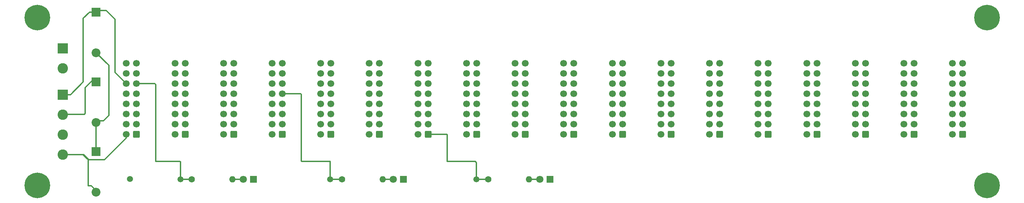
<source format=gbr>
%TF.GenerationSoftware,KiCad,Pcbnew,8.0.3*%
%TF.CreationDate,2024-07-23T14:08:02-04:00*%
%TF.ProjectId,eurorack-power-bus,6575726f-7261-4636-9b2d-706f7765722d,rev?*%
%TF.SameCoordinates,Original*%
%TF.FileFunction,Copper,L1,Top*%
%TF.FilePolarity,Positive*%
%FSLAX46Y46*%
G04 Gerber Fmt 4.6, Leading zero omitted, Abs format (unit mm)*
G04 Created by KiCad (PCBNEW 8.0.3) date 2024-07-23 14:08:02*
%MOMM*%
%LPD*%
G01*
G04 APERTURE LIST*
G04 Aperture macros list*
%AMRoundRect*
0 Rectangle with rounded corners*
0 $1 Rounding radius*
0 $2 $3 $4 $5 $6 $7 $8 $9 X,Y pos of 4 corners*
0 Add a 4 corners polygon primitive as box body*
4,1,4,$2,$3,$4,$5,$6,$7,$8,$9,$2,$3,0*
0 Add four circle primitives for the rounded corners*
1,1,$1+$1,$2,$3*
1,1,$1+$1,$4,$5*
1,1,$1+$1,$6,$7*
1,1,$1+$1,$8,$9*
0 Add four rect primitives between the rounded corners*
20,1,$1+$1,$2,$3,$4,$5,0*
20,1,$1+$1,$4,$5,$6,$7,0*
20,1,$1+$1,$6,$7,$8,$9,0*
20,1,$1+$1,$8,$9,$2,$3,0*%
G04 Aperture macros list end*
%TA.AperFunction,ComponentPad*%
%ADD10R,1.800000X1.800000*%
%TD*%
%TA.AperFunction,ComponentPad*%
%ADD11C,1.800000*%
%TD*%
%TA.AperFunction,ComponentPad*%
%ADD12R,2.200000X2.200000*%
%TD*%
%TA.AperFunction,ComponentPad*%
%ADD13O,2.200000X2.200000*%
%TD*%
%TA.AperFunction,ComponentPad*%
%ADD14C,1.500000*%
%TD*%
%TA.AperFunction,ComponentPad*%
%ADD15R,2.600000X2.600000*%
%TD*%
%TA.AperFunction,ComponentPad*%
%ADD16C,2.600000*%
%TD*%
%TA.AperFunction,ComponentPad*%
%ADD17C,6.400000*%
%TD*%
%TA.AperFunction,ComponentPad*%
%ADD18C,1.600000*%
%TD*%
%TA.AperFunction,ComponentPad*%
%ADD19O,1.600000X1.600000*%
%TD*%
%TA.AperFunction,ComponentPad*%
%ADD20RoundRect,0.250000X0.600000X0.600000X-0.600000X0.600000X-0.600000X-0.600000X0.600000X-0.600000X0*%
%TD*%
%TA.AperFunction,ComponentPad*%
%ADD21C,1.700000*%
%TD*%
%TA.AperFunction,Conductor*%
%ADD22C,0.300000*%
%TD*%
G04 APERTURE END LIST*
D10*
%TO.P,L2,1,K*%
%TO.N,GND*%
X124800000Y-117138375D03*
D11*
%TO.P,L2,2,A*%
%TO.N,Net-(L2-A)*%
X122260000Y-117138375D03*
%TD*%
D12*
%TO.P,D1,1,K*%
%TO.N,+12V*%
X48130000Y-92718375D03*
D13*
%TO.P,D1,2,A*%
%TO.N,GND*%
X48130000Y-102878375D03*
%TD*%
D14*
%TO.P,TP{2,1,1*%
%TO.N,+12V*%
X106525000Y-117138375D03*
%TD*%
D15*
%TO.P,W1,1,Pin_1*%
%TO.N,+5V*%
X39825000Y-95938400D03*
D16*
%TO.P,W1,2,Pin_2*%
%TO.N,+12V*%
X39825000Y-100938400D03*
%TO.P,W1,3,Pin_3*%
%TO.N,GND*%
X39825000Y-105938400D03*
%TO.P,W1,4,Pin_4*%
%TO.N,-12V*%
X39825000Y-110938400D03*
%TD*%
D17*
%TO.P,M2,1*%
%TO.N,N/C*%
X33425000Y-118638400D03*
%TD*%
D18*
%TO.P,R2,1*%
%TO.N,+12V*%
X109445000Y-117138375D03*
D19*
%TO.P,R2,2*%
%TO.N,Net-(L2-A)*%
X119605000Y-117138375D03*
%TD*%
D15*
%TO.P,W2,1,Pin_1*%
%TO.N,GATE*%
X39825000Y-84338400D03*
D16*
%TO.P,W2,2,Pin_2*%
%TO.N,CV*%
X39825000Y-89338400D03*
%TD*%
D10*
%TO.P,L3,1,K*%
%TO.N,GND*%
X161425000Y-117138375D03*
D11*
%TO.P,L3,2,A*%
%TO.N,Net-(L3-A)*%
X158885000Y-117138375D03*
%TD*%
D17*
%TO.P,M1,1*%
%TO.N,N/C*%
X33425000Y-76638400D03*
%TD*%
%TO.P,M4,1*%
%TO.N,N/C*%
X270425000Y-118638400D03*
%TD*%
%TO.P,M3,1*%
%TO.N,N/C*%
X270425000Y-76638400D03*
%TD*%
D14*
%TO.P,TP3,1,1*%
%TO.N,-12V*%
X143025000Y-117138375D03*
%TD*%
D18*
%TO.P,R3,1*%
%TO.N,-12V*%
X145945000Y-117138375D03*
D19*
%TO.P,R3,2*%
%TO.N,Net-(L3-A)*%
X156105000Y-117138375D03*
%TD*%
D13*
%TO.P,D3,2,A*%
%TO.N,-12V*%
X48130000Y-120338375D03*
D12*
%TO.P,D3,1,K*%
%TO.N,GND*%
X48130000Y-110178375D03*
%TD*%
D14*
%TO.P,TP4,1,1*%
%TO.N,GND*%
X56525000Y-117026750D03*
%TD*%
D12*
%TO.P,D2,1,K*%
%TO.N,+5V*%
X48130000Y-75258375D03*
D13*
%TO.P,D2,2,A*%
%TO.N,GND*%
X48130000Y-85418375D03*
%TD*%
D18*
%TO.P,R1,1*%
%TO.N,+5V*%
X71945000Y-117138375D03*
D19*
%TO.P,R1,2*%
%TO.N,Net-(L1-A)*%
X82105000Y-117138375D03*
%TD*%
D10*
%TO.P,L1,1,K*%
%TO.N,GND*%
X87345000Y-117138375D03*
D11*
%TO.P,L1,2,A*%
%TO.N,Net-(L1-A)*%
X84805000Y-117138375D03*
%TD*%
D14*
%TO.P,TP1,1,1*%
%TO.N,+5V*%
X69145000Y-117138375D03*
%TD*%
D20*
%TO.P,J10,1,Pin_1*%
%TO.N,-12V*%
X155218800Y-105866700D03*
D21*
%TO.P,J10,2,Pin_2*%
X152678800Y-105866700D03*
%TO.P,J10,3,Pin_3*%
%TO.N,GND*%
X155218800Y-103326700D03*
%TO.P,J10,4,Pin_4*%
X152678800Y-103326700D03*
%TO.P,J10,5,Pin_5*%
X155218800Y-100786700D03*
%TO.P,J10,6,Pin_6*%
X152678800Y-100786700D03*
%TO.P,J10,7,Pin_7*%
X155218800Y-98246700D03*
%TO.P,J10,8,Pin_8*%
X152678800Y-98246700D03*
%TO.P,J10,9,Pin_9*%
%TO.N,+12V*%
X155218800Y-95706700D03*
%TO.P,J10,10,Pin_10*%
X152678800Y-95706700D03*
%TO.P,J10,11,Pin_11*%
%TO.N,+5V*%
X155218800Y-93166700D03*
%TO.P,J10,12,Pin_12*%
X152678800Y-93166700D03*
%TO.P,J10,13,Pin_13*%
%TO.N,CV*%
X155218800Y-90626700D03*
%TO.P,J10,14,Pin_14*%
X152678800Y-90626700D03*
%TO.P,J10,15,Pin_15*%
%TO.N,GATE*%
X155218800Y-88086700D03*
%TO.P,J10,16,Pin_16*%
X152678800Y-88086700D03*
%TD*%
D20*
%TO.P,J16,1,Pin_1*%
%TO.N,-12V*%
X82454700Y-105866700D03*
D21*
%TO.P,J16,2,Pin_2*%
X79914700Y-105866700D03*
%TO.P,J16,3,Pin_3*%
%TO.N,GND*%
X82454700Y-103326700D03*
%TO.P,J16,4,Pin_4*%
X79914700Y-103326700D03*
%TO.P,J16,5,Pin_5*%
X82454700Y-100786700D03*
%TO.P,J16,6,Pin_6*%
X79914700Y-100786700D03*
%TO.P,J16,7,Pin_7*%
X82454700Y-98246700D03*
%TO.P,J16,8,Pin_8*%
X79914700Y-98246700D03*
%TO.P,J16,9,Pin_9*%
%TO.N,+12V*%
X82454700Y-95706700D03*
%TO.P,J16,10,Pin_10*%
X79914700Y-95706700D03*
%TO.P,J16,11,Pin_11*%
%TO.N,+5V*%
X82454700Y-93166700D03*
%TO.P,J16,12,Pin_12*%
X79914700Y-93166700D03*
%TO.P,J16,13,Pin_13*%
%TO.N,CV*%
X82454700Y-90626700D03*
%TO.P,J16,14,Pin_14*%
X79914700Y-90626700D03*
%TO.P,J16,15,Pin_15*%
%TO.N,GATE*%
X82454700Y-88086700D03*
%TO.P,J16,16,Pin_16*%
X79914700Y-88086700D03*
%TD*%
D20*
%TO.P,J14,1,Pin_1*%
%TO.N,-12V*%
X106709400Y-105866700D03*
D21*
%TO.P,J14,2,Pin_2*%
X104169400Y-105866700D03*
%TO.P,J14,3,Pin_3*%
%TO.N,GND*%
X106709400Y-103326700D03*
%TO.P,J14,4,Pin_4*%
X104169400Y-103326700D03*
%TO.P,J14,5,Pin_5*%
X106709400Y-100786700D03*
%TO.P,J14,6,Pin_6*%
X104169400Y-100786700D03*
%TO.P,J14,7,Pin_7*%
X106709400Y-98246700D03*
%TO.P,J14,8,Pin_8*%
X104169400Y-98246700D03*
%TO.P,J14,9,Pin_9*%
%TO.N,+12V*%
X106709400Y-95706700D03*
%TO.P,J14,10,Pin_10*%
X104169400Y-95706700D03*
%TO.P,J14,11,Pin_11*%
%TO.N,+5V*%
X106709400Y-93166700D03*
%TO.P,J14,12,Pin_12*%
X104169400Y-93166700D03*
%TO.P,J14,13,Pin_13*%
%TO.N,CV*%
X106709400Y-90626700D03*
%TO.P,J14,14,Pin_14*%
X104169400Y-90626700D03*
%TO.P,J14,15,Pin_15*%
%TO.N,GATE*%
X106709400Y-88086700D03*
%TO.P,J14,16,Pin_16*%
X104169400Y-88086700D03*
%TD*%
D20*
%TO.P,J6,1,Pin_1*%
%TO.N,-12V*%
X203728200Y-105866700D03*
D21*
%TO.P,J6,2,Pin_2*%
X201188200Y-105866700D03*
%TO.P,J6,3,Pin_3*%
%TO.N,GND*%
X203728200Y-103326700D03*
%TO.P,J6,4,Pin_4*%
X201188200Y-103326700D03*
%TO.P,J6,5,Pin_5*%
X203728200Y-100786700D03*
%TO.P,J6,6,Pin_6*%
X201188200Y-100786700D03*
%TO.P,J6,7,Pin_7*%
X203728200Y-98246700D03*
%TO.P,J6,8,Pin_8*%
X201188200Y-98246700D03*
%TO.P,J6,9,Pin_9*%
%TO.N,+12V*%
X203728200Y-95706700D03*
%TO.P,J6,10,Pin_10*%
X201188200Y-95706700D03*
%TO.P,J6,11,Pin_11*%
%TO.N,+5V*%
X203728200Y-93166700D03*
%TO.P,J6,12,Pin_12*%
X201188200Y-93166700D03*
%TO.P,J6,13,Pin_13*%
%TO.N,CV*%
X203728200Y-90626700D03*
%TO.P,J6,14,Pin_14*%
X201188200Y-90626700D03*
%TO.P,J6,15,Pin_15*%
%TO.N,GATE*%
X203728200Y-88086700D03*
%TO.P,J6,16,Pin_16*%
X201188200Y-88086700D03*
%TD*%
D20*
%TO.P,J3,1,Pin_1*%
%TO.N,-12V*%
X240110300Y-105866700D03*
D21*
%TO.P,J3,2,Pin_2*%
X237570300Y-105866700D03*
%TO.P,J3,3,Pin_3*%
%TO.N,GND*%
X240110300Y-103326700D03*
%TO.P,J3,4,Pin_4*%
X237570300Y-103326700D03*
%TO.P,J3,5,Pin_5*%
X240110300Y-100786700D03*
%TO.P,J3,6,Pin_6*%
X237570300Y-100786700D03*
%TO.P,J3,7,Pin_7*%
X240110300Y-98246700D03*
%TO.P,J3,8,Pin_8*%
X237570300Y-98246700D03*
%TO.P,J3,9,Pin_9*%
%TO.N,+12V*%
X240110300Y-95706700D03*
%TO.P,J3,10,Pin_10*%
X237570300Y-95706700D03*
%TO.P,J3,11,Pin_11*%
%TO.N,+5V*%
X240110300Y-93166700D03*
%TO.P,J3,12,Pin_12*%
X237570300Y-93166700D03*
%TO.P,J3,13,Pin_13*%
%TO.N,CV*%
X240110300Y-90626700D03*
%TO.P,J3,14,Pin_14*%
X237570300Y-90626700D03*
%TO.P,J3,15,Pin_15*%
%TO.N,GATE*%
X240110300Y-88086700D03*
%TO.P,J3,16,Pin_16*%
X237570300Y-88086700D03*
%TD*%
D20*
%TO.P,J12,1,Pin_1*%
%TO.N,-12V*%
X130964100Y-105866700D03*
D21*
%TO.P,J12,2,Pin_2*%
X128424100Y-105866700D03*
%TO.P,J12,3,Pin_3*%
%TO.N,GND*%
X130964100Y-103326700D03*
%TO.P,J12,4,Pin_4*%
X128424100Y-103326700D03*
%TO.P,J12,5,Pin_5*%
X130964100Y-100786700D03*
%TO.P,J12,6,Pin_6*%
X128424100Y-100786700D03*
%TO.P,J12,7,Pin_7*%
X130964100Y-98246700D03*
%TO.P,J12,8,Pin_8*%
X128424100Y-98246700D03*
%TO.P,J12,9,Pin_9*%
%TO.N,+12V*%
X130964100Y-95706700D03*
%TO.P,J12,10,Pin_10*%
X128424100Y-95706700D03*
%TO.P,J12,11,Pin_11*%
%TO.N,+5V*%
X130964100Y-93166700D03*
%TO.P,J12,12,Pin_12*%
X128424100Y-93166700D03*
%TO.P,J12,13,Pin_13*%
%TO.N,CV*%
X130964100Y-90626700D03*
%TO.P,J12,14,Pin_14*%
X128424100Y-90626700D03*
%TO.P,J12,15,Pin_15*%
%TO.N,GATE*%
X130964100Y-88086700D03*
%TO.P,J12,16,Pin_16*%
X128424100Y-88086700D03*
%TD*%
D20*
%TO.P,J18,1,Pin_1*%
%TO.N,-12V*%
X58200000Y-105866700D03*
D21*
%TO.P,J18,2,Pin_2*%
X55660000Y-105866700D03*
%TO.P,J18,3,Pin_3*%
%TO.N,GND*%
X58200000Y-103326700D03*
%TO.P,J18,4,Pin_4*%
X55660000Y-103326700D03*
%TO.P,J18,5,Pin_5*%
X58200000Y-100786700D03*
%TO.P,J18,6,Pin_6*%
X55660000Y-100786700D03*
%TO.P,J18,7,Pin_7*%
X58200000Y-98246700D03*
%TO.P,J18,8,Pin_8*%
X55660000Y-98246700D03*
%TO.P,J18,9,Pin_9*%
%TO.N,+12V*%
X58200000Y-95706700D03*
%TO.P,J18,10,Pin_10*%
X55660000Y-95706700D03*
%TO.P,J18,11,Pin_11*%
%TO.N,+5V*%
X58200000Y-93166700D03*
%TO.P,J18,12,Pin_12*%
X55660000Y-93166700D03*
%TO.P,J18,13,Pin_13*%
%TO.N,CV*%
X58200000Y-90626700D03*
%TO.P,J18,14,Pin_14*%
X55660000Y-90626700D03*
%TO.P,J18,15,Pin_15*%
%TO.N,GATE*%
X58200000Y-88086700D03*
%TO.P,J18,16,Pin_16*%
X55660000Y-88086700D03*
%TD*%
D20*
%TO.P,J11,1,Pin_1*%
%TO.N,-12V*%
X143091500Y-105866700D03*
D21*
%TO.P,J11,2,Pin_2*%
X140551500Y-105866700D03*
%TO.P,J11,3,Pin_3*%
%TO.N,GND*%
X143091500Y-103326700D03*
%TO.P,J11,4,Pin_4*%
X140551500Y-103326700D03*
%TO.P,J11,5,Pin_5*%
X143091500Y-100786700D03*
%TO.P,J11,6,Pin_6*%
X140551500Y-100786700D03*
%TO.P,J11,7,Pin_7*%
X143091500Y-98246700D03*
%TO.P,J11,8,Pin_8*%
X140551500Y-98246700D03*
%TO.P,J11,9,Pin_9*%
%TO.N,+12V*%
X143091500Y-95706700D03*
%TO.P,J11,10,Pin_10*%
X140551500Y-95706700D03*
%TO.P,J11,11,Pin_11*%
%TO.N,+5V*%
X143091500Y-93166700D03*
%TO.P,J11,12,Pin_12*%
X140551500Y-93166700D03*
%TO.P,J11,13,Pin_13*%
%TO.N,CV*%
X143091500Y-90626700D03*
%TO.P,J11,14,Pin_14*%
X140551500Y-90626700D03*
%TO.P,J11,15,Pin_15*%
%TO.N,GATE*%
X143091500Y-88086700D03*
%TO.P,J11,16,Pin_16*%
X140551500Y-88086700D03*
%TD*%
D20*
%TO.P,J7,1,Pin_1*%
%TO.N,-12V*%
X191600900Y-105866700D03*
D21*
%TO.P,J7,2,Pin_2*%
X189060900Y-105866700D03*
%TO.P,J7,3,Pin_3*%
%TO.N,GND*%
X191600900Y-103326700D03*
%TO.P,J7,4,Pin_4*%
X189060900Y-103326700D03*
%TO.P,J7,5,Pin_5*%
X191600900Y-100786700D03*
%TO.P,J7,6,Pin_6*%
X189060900Y-100786700D03*
%TO.P,J7,7,Pin_7*%
X191600900Y-98246700D03*
%TO.P,J7,8,Pin_8*%
X189060900Y-98246700D03*
%TO.P,J7,9,Pin_9*%
%TO.N,+12V*%
X191600900Y-95706700D03*
%TO.P,J7,10,Pin_10*%
X189060900Y-95706700D03*
%TO.P,J7,11,Pin_11*%
%TO.N,+5V*%
X191600900Y-93166700D03*
%TO.P,J7,12,Pin_12*%
X189060900Y-93166700D03*
%TO.P,J7,13,Pin_13*%
%TO.N,CV*%
X191600900Y-90626700D03*
%TO.P,J7,14,Pin_14*%
X189060900Y-90626700D03*
%TO.P,J7,15,Pin_15*%
%TO.N,GATE*%
X191600900Y-88086700D03*
%TO.P,J7,16,Pin_16*%
X189060900Y-88086700D03*
%TD*%
D20*
%TO.P,J9,1,Pin_1*%
%TO.N,-12V*%
X167346200Y-105866700D03*
D21*
%TO.P,J9,2,Pin_2*%
X164806200Y-105866700D03*
%TO.P,J9,3,Pin_3*%
%TO.N,GND*%
X167346200Y-103326700D03*
%TO.P,J9,4,Pin_4*%
X164806200Y-103326700D03*
%TO.P,J9,5,Pin_5*%
X167346200Y-100786700D03*
%TO.P,J9,6,Pin_6*%
X164806200Y-100786700D03*
%TO.P,J9,7,Pin_7*%
X167346200Y-98246700D03*
%TO.P,J9,8,Pin_8*%
X164806200Y-98246700D03*
%TO.P,J9,9,Pin_9*%
%TO.N,+12V*%
X167346200Y-95706700D03*
%TO.P,J9,10,Pin_10*%
X164806200Y-95706700D03*
%TO.P,J9,11,Pin_11*%
%TO.N,+5V*%
X167346200Y-93166700D03*
%TO.P,J9,12,Pin_12*%
X164806200Y-93166700D03*
%TO.P,J9,13,Pin_13*%
%TO.N,CV*%
X167346200Y-90626700D03*
%TO.P,J9,14,Pin_14*%
X164806200Y-90626700D03*
%TO.P,J9,15,Pin_15*%
%TO.N,GATE*%
X167346200Y-88086700D03*
%TO.P,J9,16,Pin_16*%
X164806200Y-88086700D03*
%TD*%
D20*
%TO.P,J5,1,Pin_1*%
%TO.N,-12V*%
X215855600Y-105866700D03*
D21*
%TO.P,J5,2,Pin_2*%
X213315600Y-105866700D03*
%TO.P,J5,3,Pin_3*%
%TO.N,GND*%
X215855600Y-103326700D03*
%TO.P,J5,4,Pin_4*%
X213315600Y-103326700D03*
%TO.P,J5,5,Pin_5*%
X215855600Y-100786700D03*
%TO.P,J5,6,Pin_6*%
X213315600Y-100786700D03*
%TO.P,J5,7,Pin_7*%
X215855600Y-98246700D03*
%TO.P,J5,8,Pin_8*%
X213315600Y-98246700D03*
%TO.P,J5,9,Pin_9*%
%TO.N,+12V*%
X215855600Y-95706700D03*
%TO.P,J5,10,Pin_10*%
X213315600Y-95706700D03*
%TO.P,J5,11,Pin_11*%
%TO.N,+5V*%
X215855600Y-93166700D03*
%TO.P,J5,12,Pin_12*%
X213315600Y-93166700D03*
%TO.P,J5,13,Pin_13*%
%TO.N,CV*%
X215855600Y-90626700D03*
%TO.P,J5,14,Pin_14*%
X213315600Y-90626700D03*
%TO.P,J5,15,Pin_15*%
%TO.N,GATE*%
X215855600Y-88086700D03*
%TO.P,J5,16,Pin_16*%
X213315600Y-88086700D03*
%TD*%
D20*
%TO.P,J4,1,Pin_1*%
%TO.N,-12V*%
X227982900Y-105866700D03*
D21*
%TO.P,J4,2,Pin_2*%
X225442900Y-105866700D03*
%TO.P,J4,3,Pin_3*%
%TO.N,GND*%
X227982900Y-103326700D03*
%TO.P,J4,4,Pin_4*%
X225442900Y-103326700D03*
%TO.P,J4,5,Pin_5*%
X227982900Y-100786700D03*
%TO.P,J4,6,Pin_6*%
X225442900Y-100786700D03*
%TO.P,J4,7,Pin_7*%
X227982900Y-98246700D03*
%TO.P,J4,8,Pin_8*%
X225442900Y-98246700D03*
%TO.P,J4,9,Pin_9*%
%TO.N,+12V*%
X227982900Y-95706700D03*
%TO.P,J4,10,Pin_10*%
X225442900Y-95706700D03*
%TO.P,J4,11,Pin_11*%
%TO.N,+5V*%
X227982900Y-93166700D03*
%TO.P,J4,12,Pin_12*%
X225442900Y-93166700D03*
%TO.P,J4,13,Pin_13*%
%TO.N,CV*%
X227982900Y-90626700D03*
%TO.P,J4,14,Pin_14*%
X225442900Y-90626700D03*
%TO.P,J4,15,Pin_15*%
%TO.N,GATE*%
X227982900Y-88086700D03*
%TO.P,J4,16,Pin_16*%
X225442900Y-88086700D03*
%TD*%
D20*
%TO.P,J8,1,Pin_1*%
%TO.N,-12V*%
X179473500Y-105866700D03*
D21*
%TO.P,J8,2,Pin_2*%
X176933500Y-105866700D03*
%TO.P,J8,3,Pin_3*%
%TO.N,GND*%
X179473500Y-103326700D03*
%TO.P,J8,4,Pin_4*%
X176933500Y-103326700D03*
%TO.P,J8,5,Pin_5*%
X179473500Y-100786700D03*
%TO.P,J8,6,Pin_6*%
X176933500Y-100786700D03*
%TO.P,J8,7,Pin_7*%
X179473500Y-98246700D03*
%TO.P,J8,8,Pin_8*%
X176933500Y-98246700D03*
%TO.P,J8,9,Pin_9*%
%TO.N,+12V*%
X179473500Y-95706700D03*
%TO.P,J8,10,Pin_10*%
X176933500Y-95706700D03*
%TO.P,J8,11,Pin_11*%
%TO.N,+5V*%
X179473500Y-93166700D03*
%TO.P,J8,12,Pin_12*%
X176933500Y-93166700D03*
%TO.P,J8,13,Pin_13*%
%TO.N,CV*%
X179473500Y-90626700D03*
%TO.P,J8,14,Pin_14*%
X176933500Y-90626700D03*
%TO.P,J8,15,Pin_15*%
%TO.N,GATE*%
X179473500Y-88086700D03*
%TO.P,J8,16,Pin_16*%
X176933500Y-88086700D03*
%TD*%
D20*
%TO.P,J1,1,Pin_1*%
%TO.N,-12V*%
X264365000Y-105866700D03*
D21*
%TO.P,J1,2,Pin_2*%
X261825000Y-105866700D03*
%TO.P,J1,3,Pin_3*%
%TO.N,GND*%
X264365000Y-103326700D03*
%TO.P,J1,4,Pin_4*%
X261825000Y-103326700D03*
%TO.P,J1,5,Pin_5*%
X264365000Y-100786700D03*
%TO.P,J1,6,Pin_6*%
X261825000Y-100786700D03*
%TO.P,J1,7,Pin_7*%
X264365000Y-98246700D03*
%TO.P,J1,8,Pin_8*%
X261825000Y-98246700D03*
%TO.P,J1,9,Pin_9*%
%TO.N,+12V*%
X264365000Y-95706700D03*
%TO.P,J1,10,Pin_10*%
X261825000Y-95706700D03*
%TO.P,J1,11,Pin_11*%
%TO.N,+5V*%
X264365000Y-93166700D03*
%TO.P,J1,12,Pin_12*%
X261825000Y-93166700D03*
%TO.P,J1,13,Pin_13*%
%TO.N,CV*%
X264365000Y-90626700D03*
%TO.P,J1,14,Pin_14*%
X261825000Y-90626700D03*
%TO.P,J1,15,Pin_15*%
%TO.N,GATE*%
X264365000Y-88086700D03*
%TO.P,J1,16,Pin_16*%
X261825000Y-88086700D03*
%TD*%
D20*
%TO.P,J17,1,Pin_1*%
%TO.N,-12V*%
X70327400Y-105866700D03*
D21*
%TO.P,J17,2,Pin_2*%
X67787400Y-105866700D03*
%TO.P,J17,3,Pin_3*%
%TO.N,GND*%
X70327400Y-103326700D03*
%TO.P,J17,4,Pin_4*%
X67787400Y-103326700D03*
%TO.P,J17,5,Pin_5*%
X70327400Y-100786700D03*
%TO.P,J17,6,Pin_6*%
X67787400Y-100786700D03*
%TO.P,J17,7,Pin_7*%
X70327400Y-98246700D03*
%TO.P,J17,8,Pin_8*%
X67787400Y-98246700D03*
%TO.P,J17,9,Pin_9*%
%TO.N,+12V*%
X70327400Y-95706700D03*
%TO.P,J17,10,Pin_10*%
X67787400Y-95706700D03*
%TO.P,J17,11,Pin_11*%
%TO.N,+5V*%
X70327400Y-93166700D03*
%TO.P,J17,12,Pin_12*%
X67787400Y-93166700D03*
%TO.P,J17,13,Pin_13*%
%TO.N,CV*%
X70327400Y-90626700D03*
%TO.P,J17,14,Pin_14*%
X67787400Y-90626700D03*
%TO.P,J17,15,Pin_15*%
%TO.N,GATE*%
X70327400Y-88086700D03*
%TO.P,J17,16,Pin_16*%
X67787400Y-88086700D03*
%TD*%
D20*
%TO.P,J13,1,Pin_1*%
%TO.N,-12V*%
X118836800Y-105866700D03*
D21*
%TO.P,J13,2,Pin_2*%
X116296800Y-105866700D03*
%TO.P,J13,3,Pin_3*%
%TO.N,GND*%
X118836800Y-103326700D03*
%TO.P,J13,4,Pin_4*%
X116296800Y-103326700D03*
%TO.P,J13,5,Pin_5*%
X118836800Y-100786700D03*
%TO.P,J13,6,Pin_6*%
X116296800Y-100786700D03*
%TO.P,J13,7,Pin_7*%
X118836800Y-98246700D03*
%TO.P,J13,8,Pin_8*%
X116296800Y-98246700D03*
%TO.P,J13,9,Pin_9*%
%TO.N,+12V*%
X118836800Y-95706700D03*
%TO.P,J13,10,Pin_10*%
X116296800Y-95706700D03*
%TO.P,J13,11,Pin_11*%
%TO.N,+5V*%
X118836800Y-93166700D03*
%TO.P,J13,12,Pin_12*%
X116296800Y-93166700D03*
%TO.P,J13,13,Pin_13*%
%TO.N,CV*%
X118836800Y-90626700D03*
%TO.P,J13,14,Pin_14*%
X116296800Y-90626700D03*
%TO.P,J13,15,Pin_15*%
%TO.N,GATE*%
X118836800Y-88086700D03*
%TO.P,J13,16,Pin_16*%
X116296800Y-88086700D03*
%TD*%
D20*
%TO.P,J2,1,Pin_1*%
%TO.N,-12V*%
X252237600Y-105866700D03*
D21*
%TO.P,J2,2,Pin_2*%
X249697600Y-105866700D03*
%TO.P,J2,3,Pin_3*%
%TO.N,GND*%
X252237600Y-103326700D03*
%TO.P,J2,4,Pin_4*%
X249697600Y-103326700D03*
%TO.P,J2,5,Pin_5*%
X252237600Y-100786700D03*
%TO.P,J2,6,Pin_6*%
X249697600Y-100786700D03*
%TO.P,J2,7,Pin_7*%
X252237600Y-98246700D03*
%TO.P,J2,8,Pin_8*%
X249697600Y-98246700D03*
%TO.P,J2,9,Pin_9*%
%TO.N,+12V*%
X252237600Y-95706700D03*
%TO.P,J2,10,Pin_10*%
X249697600Y-95706700D03*
%TO.P,J2,11,Pin_11*%
%TO.N,+5V*%
X252237600Y-93166700D03*
%TO.P,J2,12,Pin_12*%
X249697600Y-93166700D03*
%TO.P,J2,13,Pin_13*%
%TO.N,CV*%
X252237600Y-90626700D03*
%TO.P,J2,14,Pin_14*%
X249697600Y-90626700D03*
%TO.P,J2,15,Pin_15*%
%TO.N,GATE*%
X252237600Y-88086700D03*
%TO.P,J2,16,Pin_16*%
X249697600Y-88086700D03*
%TD*%
D20*
%TO.P,J15,1,Pin_1*%
%TO.N,-12V*%
X94582100Y-105866700D03*
D21*
%TO.P,J15,2,Pin_2*%
X92042100Y-105866700D03*
%TO.P,J15,3,Pin_3*%
%TO.N,GND*%
X94582100Y-103326700D03*
%TO.P,J15,4,Pin_4*%
X92042100Y-103326700D03*
%TO.P,J15,5,Pin_5*%
X94582100Y-100786700D03*
%TO.P,J15,6,Pin_6*%
X92042100Y-100786700D03*
%TO.P,J15,7,Pin_7*%
X94582100Y-98246700D03*
%TO.P,J15,8,Pin_8*%
X92042100Y-98246700D03*
%TO.P,J15,9,Pin_9*%
%TO.N,+12V*%
X94582100Y-95706700D03*
%TO.P,J15,10,Pin_10*%
X92042100Y-95706700D03*
%TO.P,J15,11,Pin_11*%
%TO.N,+5V*%
X94582100Y-93166700D03*
%TO.P,J15,12,Pin_12*%
X92042100Y-93166700D03*
%TO.P,J15,13,Pin_13*%
%TO.N,CV*%
X94582100Y-90626700D03*
%TO.P,J15,14,Pin_14*%
X92042100Y-90626700D03*
%TO.P,J15,15,Pin_15*%
%TO.N,GATE*%
X94582100Y-88086700D03*
%TO.P,J15,16,Pin_16*%
X92042100Y-88086700D03*
%TD*%
D22*
%TO.N,+5V*%
X69145000Y-117138375D02*
X69145000Y-112758375D01*
X69145000Y-112758375D02*
X69025000Y-112638375D01*
X63025000Y-93438375D02*
X62753325Y-93166700D01*
X69025000Y-112638375D02*
X63025000Y-112638375D01*
X63025000Y-112638375D02*
X63025000Y-93438375D01*
X62753325Y-93166700D02*
X58200000Y-93166700D01*
%TO.N,+12V*%
X106525000Y-117138375D02*
X106525000Y-112638375D01*
X106525000Y-112638375D02*
X99425000Y-112638375D01*
X99425000Y-112638375D02*
X99325000Y-112538375D01*
X99325000Y-95838375D02*
X99193325Y-95706700D01*
X99325000Y-112538375D02*
X99325000Y-95838375D01*
X99193325Y-95706700D02*
X94582100Y-95706700D01*
%TO.N,-12V*%
X143025000Y-112938375D02*
X142725000Y-112638375D01*
X142725000Y-112638375D02*
X135725000Y-112638375D01*
X143025000Y-117138375D02*
X143025000Y-112938375D01*
X135725000Y-105938375D02*
X135625000Y-105838375D01*
X135725000Y-112638375D02*
X135725000Y-105938375D01*
X135625000Y-105838375D02*
X135596675Y-105866700D01*
X135596675Y-105866700D02*
X130964100Y-105866700D01*
%TO.N,Net-(L3-A)*%
X156105000Y-117138375D02*
X158885000Y-117138375D01*
%TO.N,-12V*%
X143025000Y-117138375D02*
X145945000Y-117138375D01*
%TO.N,Net-(L2-A)*%
X119605000Y-117138375D02*
X122260000Y-117138375D01*
%TO.N,+12V*%
X106525000Y-117138375D02*
X109445000Y-117138375D01*
%TO.N,+5V*%
X69145000Y-117138375D02*
X71945000Y-117138375D01*
%TO.N,Net-(L1-A)*%
X82105000Y-117138375D02*
X84805000Y-117138375D01*
%TO.N,-12V*%
X44825025Y-110938400D02*
X45024975Y-110938400D01*
X45024975Y-110938400D02*
X46324950Y-112238375D01*
X46324950Y-112238375D02*
X50225000Y-112238375D01*
X50225000Y-112238375D02*
X55660000Y-106803375D01*
X55660000Y-106803375D02*
X55660000Y-105866700D01*
%TO.N,GND*%
X48130000Y-85418375D02*
X51325000Y-88613375D01*
X51325000Y-88613375D02*
X51325000Y-101138375D01*
X51325000Y-101138375D02*
X49985000Y-102478375D01*
X48130000Y-102478375D02*
X48130000Y-109778375D01*
X49985000Y-102478375D02*
X48130000Y-102478375D01*
%TO.N,+5V*%
X44925000Y-76838375D02*
X46505000Y-75258375D01*
X46505000Y-75258375D02*
X48130000Y-75258375D01*
%TO.N,+12V*%
X39925025Y-100838375D02*
X45225050Y-100838375D01*
X45225050Y-100838375D02*
X45425000Y-100638425D01*
X39825000Y-100938400D02*
X39925025Y-100838375D01*
X45425000Y-100638425D02*
X45425000Y-94138375D01*
X47245000Y-92318375D02*
X48130000Y-92318375D01*
X45425000Y-94138375D02*
X47245000Y-92318375D01*
%TO.N,+5V*%
X39825000Y-95938400D02*
X41724975Y-95938400D01*
X41724975Y-95938400D02*
X44925000Y-92738375D01*
X44925000Y-92738375D02*
X44925000Y-76838375D01*
X55660000Y-93166700D02*
X52825000Y-90331700D01*
X52825000Y-77038375D02*
X50645000Y-74858375D01*
X50645000Y-74858375D02*
X48130000Y-74858375D01*
X52825000Y-90331700D02*
X52825000Y-77038375D01*
%TO.N,-12V*%
X46125000Y-112238375D02*
X46125000Y-118738375D01*
X39825000Y-110938400D02*
X44825025Y-110938400D01*
X44825025Y-110938400D02*
X46125000Y-112238375D01*
X46125000Y-118738375D02*
X46930000Y-118738375D01*
X46930000Y-118738375D02*
X48130000Y-119938375D01*
%TD*%
M02*

</source>
